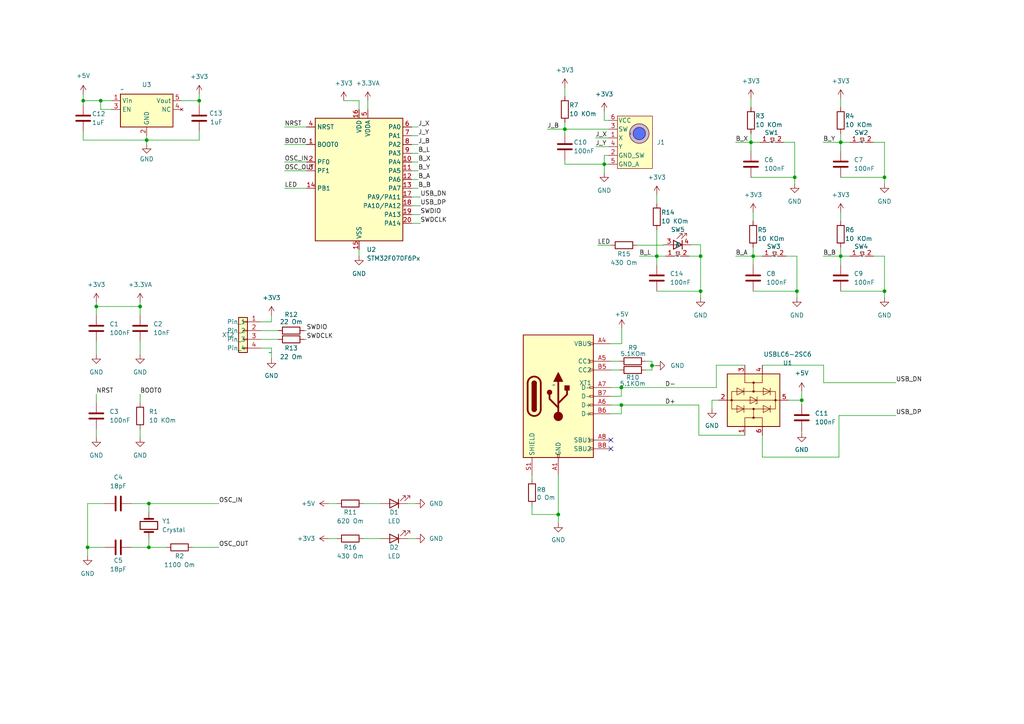
<source format=kicad_sch>
(kicad_sch (version 20230121) (generator eeschema)
  (paper "A4")
  (lib_symbols
    (symbol "Device:C" (pin_numbers hide) (pin_names (offset 0.254))
      (property "Reference" "C" (at 0.635 2.54 0))
      (property "Value" "C" (at 0.635 -2.54 0))
      (symbol "C_0_1"
        (polyline (pts (xy -2.032 -0.762) (xy 2.032 -0.762)) (stroke (width 0.508)))
        (polyline (pts (xy -2.032 0.762) (xy 2.032 0.762)) (stroke (width 0.508)))
      )
      (symbol "C_1_1"
        (pin passive line (at 0 3.81 270) (length 2.794) (name "~") (number "1"))
        (pin passive line (at 0 -3.81 90) (length 2.794) (name "~") (number "2"))
      )
    )
    (symbol "Device:Crystal" (pin_numbers hide) (pin_names (offset 1.016) hide)
      (property "Reference" "Y" (at 0 3.81 0))
      (property "Value" "Crystal" (at 0 -3.81 0))
      (symbol "Crystal_0_1"
        (rectangle (start -1.143 2.54) (end 1.143 -2.54) (stroke (width 0.3048)))
        (polyline (pts (xy -2.54 0) (xy -1.905 0)))
        (polyline (pts (xy -1.905 -1.27) (xy -1.905 1.27)) (stroke (width 0.508)))
        (polyline (pts (xy 1.905 -1.27) (xy 1.905 1.27)) (stroke (width 0.508)))
        (polyline (pts (xy 2.54 0) (xy 1.905 0)))
      )
      (symbol "Crystal_1_1"
        (pin passive line (at -3.81 0 0) (length 1.27) (name "1") (number "1"))
        (pin passive line (at 3.81 0 180) (length 1.27) (name "2") (number "2"))
      )
    )
    (symbol "Device:LED" (pin_numbers hide) (pin_names (offset 1.016) hide)
      (property "Reference" "D" (at 0 2.54 0))
      (property "Value" "LED" (at 0 -2.54 0))
      (symbol "LED_0_1"
        (polyline (pts (xy -1.27 -1.27) (xy -1.27 1.27)) (stroke (width 0.254)))
        (polyline (pts (xy -1.27 0) (xy 1.27 0)))
        (polyline (pts (xy 1.27 -1.27) (xy 1.27 1.27) (xy -1.27 0) (xy 1.27 -1.27)) (stroke (width 0.254)))
        (polyline (pts (xy -3.048 -0.762) (xy -4.572 -2.286) (xy -3.81 -2.286) (xy -4.572 -2.286) (xy -4.572 -1.524)))
        (polyline (pts (xy -1.778 -0.762) (xy -3.302 -2.286) (xy -2.54 -2.286) (xy -3.302 -2.286) (xy -3.302 -1.524)))
      )
      (symbol "LED_1_1"
        (pin passive line (at -3.81 0 0) (length 2.54) (name "K") (number "1"))
        (pin passive line (at 3.81 0 180) (length 2.54) (name "A") (number "2"))
      )
    )
    (symbol "Device:R" (pin_numbers hide) (pin_names (offset 0))
      (property "Reference" "R" (at 2.032 0 90))
      (property "Value" "R" (at 0 0 90))
      (symbol "R_0_1"
        (rectangle (start -1.016 -2.54) (end 1.016 2.54) (stroke (width 0.254)))
      )
      (symbol "R_1_1"
        (pin passive line (at 0 3.81 270) (length 1.27) (name "~") (number "1"))
        (pin passive line (at 0 -3.81 90) (length 1.27) (name "~") (number "2"))
      )
    )
    (symbol "MCU_ST_STM32F0:STM32F070F6Px"
      (property "Reference" "U" (at -12.7 19.05 0))
      (property "Value" "STM32F070F6Px" (at 5.08 19.05 0))
      (symbol "STM32F070F6Px_0_1"
        (rectangle (start -12.7 -17.78) (end 12.7 17.78) (stroke (width 0.254)) (fill (type background)))
      )
      (symbol "STM32F070F6Px_1_1"
        (pin input line (at -15.24 10.16 0) (length 2.54) (name "BOOT0") (number "1"))
        (pin bidirectional line (at 15.24 5.08 180) (length 2.54) (name "PA4") (number "10"))
        (pin bidirectional line (at 15.24 2.54 180) (length 2.54) (name "PA5") (number "11"))
        (pin bidirectional line (at 15.24 0 180) (length 2.54) (name "PA6") (number "12"))
        (pin bidirectional line (at 15.24 -2.54 180) (length 2.54) (name "PA7") (number "13"))
        (pin bidirectional line (at -15.24 -2.54 0) (length 2.54) (name "PB1") (number "14"))
        (pin power_in line (at 0 -20.32 90) (length 2.54) (name "VSS") (number "15"))
        (pin power_in line (at 0 20.32 270) (length 2.54) (name "VDD") (number "16"))
        (pin bidirectional line (at 15.24 -5.08 180) (length 2.54) (name "PA9/PA11") (number "17"))
        (pin bidirectional line (at 15.24 -7.62 180) (length 2.54) (name "PA10/PA12") (number "18"))
        (pin bidirectional line (at 15.24 -10.16 180) (length 2.54) (name "PA13") (number "19"))
        (pin bidirectional line (at -15.24 5.08 0) (length 2.54) (name "PF0") (number "2"))
        (pin bidirectional line (at 15.24 -12.7 180) (length 2.54) (name "PA14") (number "20"))
        (pin bidirectional line (at -15.24 2.54 0) (length 2.54) (name "PF1") (number "3"))
        (pin input line (at -15.24 15.24 0) (length 2.54) (name "NRST") (number "4"))
        (pin power_in line (at 2.54 20.32 270) (length 2.54) (name "VDDA") (number "5"))
        (pin bidirectional line (at 15.24 15.24 180) (length 2.54) (name "PA0") (number "6"))
        (pin bidirectional line (at 15.24 12.7 180) (length 2.54) (name "PA1") (number "7"))
        (pin bidirectional line (at 15.24 10.16 180) (length 2.54) (name "PA2") (number "8"))
        (pin bidirectional line (at 15.24 7.62 180) (length 2.54) (name "PA3") (number "9"))
      )
    )
    (symbol "Power_Protection:USBLC6-2SC6" (pin_names hide)
      (property "Reference" "U" (at 2.54 8.89 0))
      (property "Value" "USBLC6-2SC6" (at 2.54 -8.89 0))
      (symbol "USBLC6-2SC6_0_1"
        (rectangle (start -7.62 -7.62) (end 7.62 7.62) (stroke (width 0.254)) (fill (type background)))
        (circle (center -5.08 0) (radius 0.254) (fill (type outline)))
        (circle (center -2.54 0) (radius 0.254) (fill (type outline)))
        (rectangle (start -2.54 6.35) (end 2.54 -6.35))
        (circle (center 0 -6.35) (radius 0.254) (fill (type outline)))
        (polyline (pts (xy -5.08 -2.54) (xy -7.62 -2.54)))
        (polyline (pts (xy -5.08 0) (xy -5.08 -2.54)))
        (polyline (pts (xy -5.08 2.54) (xy -7.62 2.54)))
        (polyline (pts (xy -1.524 -2.794) (xy -3.556 -2.794)))
        (polyline (pts (xy -1.524 4.826) (xy -3.556 4.826)))
        (polyline (pts (xy 0 -7.62) (xy 0 -6.35)))
        (polyline (pts (xy 0 -6.35) (xy 0 1.27)))
        (polyline (pts (xy 0 1.27) (xy 0 6.35)))
        (polyline (pts (xy 0 6.35) (xy 0 7.62)))
        (polyline (pts (xy 1.524 -2.794) (xy 3.556 -2.794)))
        (polyline (pts (xy 1.524 4.826) (xy 3.556 4.826)))
        (polyline (pts (xy 5.08 -2.54) (xy 7.62 -2.54)))
        (polyline (pts (xy 5.08 0) (xy 5.08 -2.54)))
        (polyline (pts (xy 5.08 2.54) (xy 7.62 2.54)))
        (polyline (pts (xy -2.54 0) (xy -5.08 0) (xy -5.08 2.54)))
        (polyline (pts (xy 2.54 0) (xy 5.08 0) (xy 5.08 2.54)))
        (polyline (pts (xy -3.556 -4.826) (xy -1.524 -4.826) (xy -2.54 -2.794) (xy -3.556 -4.826)))
        (polyline (pts (xy -3.556 2.794) (xy -1.524 2.794) (xy -2.54 4.826) (xy -3.556 2.794)))
        (polyline (pts (xy -1.016 -1.016) (xy 1.016 -1.016) (xy 0 1.016) (xy -1.016 -1.016)))
        (polyline (pts (xy 1.016 1.016) (xy 0.762 1.016) (xy -1.016 1.016) (xy -1.016 0.508)))
        (polyline (pts (xy 3.556 -4.826) (xy 1.524 -4.826) (xy 2.54 -2.794) (xy 3.556 -4.826)))
        (polyline (pts (xy 3.556 2.794) (xy 1.524 2.794) (xy 2.54 4.826) (xy 3.556 2.794)))
        (circle (center 0 6.35) (radius 0.254) (fill (type outline)))
        (circle (center 2.54 0) (radius 0.254) (fill (type outline)))
        (circle (center 5.08 0) (radius 0.254) (fill (type outline)))
      )
      (symbol "USBLC6-2SC6_1_1"
        (pin passive line (at -10.16 -2.54 0) (length 2.54) (name "I/O1") (number "1"))
        (pin passive line (at 0 -10.16 90) (length 2.54) (name "GND") (number "2"))
        (pin passive line (at 10.16 -2.54 180) (length 2.54) (name "I/O2") (number "3"))
        (pin passive line (at 10.16 2.54 180) (length 2.54) (name "I/O2") (number "4"))
        (pin passive line (at 0 10.16 270) (length 2.54) (name "VBUS") (number "5"))
        (pin passive line (at -10.16 2.54 0) (length 2.54) (name "I/O1") (number "6"))
      )
    )
    (symbol "gamepad:Button"
      (property "Reference" "SW" (at 0 2.54 0))
      (symbol "Button_0_1"
        (polyline (pts (xy -1.016 0) (xy 0.762 0.508)))
        (polyline (pts (xy -0.254 0.254) (xy -0.254 1.016)))
        (polyline (pts (xy 0.254 0.508) (xy 0.254 1.016)))
        (polyline (pts (xy -0.508 0.762) (xy -0.508 1.27) (xy 0.508 1.27) (xy 0.508 0.762)))
      )
      (symbol "Button_1_1"
        (pin bidirectional line (at -3.556 0 0) (length 2.54) (name "") (number "1"))
        (pin bidirectional line (at 3.302 0 180) (length 2.54) (name "") (number "2"))
      )
    )
    (symbol "gamepad:Button_with_LED"
      (property "Reference" "SW" (at 0 -1.524 0))
      (symbol "Button_with_LED_0_1"
        (polyline (pts (xy -1.016 0) (xy 0.762 0.508)))
        (polyline (pts (xy -0.254 0.254) (xy -0.254 1.016)))
        (polyline (pts (xy 0.254 0.508) (xy 0.254 1.016)))
        (polyline (pts (xy 1.27 3.302) (xy -1.27 3.302)))
        (polyline (pts (xy 1.27 4.572) (xy 1.27 2.032)) (stroke (width 0.254)))
        (polyline (pts (xy -1.27 4.572) (xy -1.27 2.032) (xy 1.27 3.302) (xy -1.27 4.572)) (stroke (width 0.254)))
        (polyline (pts (xy -0.508 0.762) (xy -0.508 1.27) (xy 0.508 1.27) (xy 0.508 0.762)))
        (polyline (pts (xy -0.254 5.08) (xy 1.27 6.604) (xy 0.508 6.604) (xy 1.27 6.604) (xy 1.27 5.842)))
        (polyline (pts (xy 1.016 5.08) (xy 2.54 6.604) (xy 1.778 6.604) (xy 2.54 6.604) (xy 2.54 5.842)))
      )
      (symbol "Button_with_LED_1_1"
        (pin bidirectional line (at -3.556 0 0) (length 2.54) (name "") (number "1"))
        (pin bidirectional line (at 3.302 0 180) (length 2.54) (name "") (number "2"))
        (pin passive line (at -3.81 3.302 0) (length 2.54) (name "A") (number "3"))
        (pin passive line (at 3.81 3.302 180) (length 2.54) (name "K") (number "4"))
      )
    )
    (symbol "gamepad:JST_B4B"
      (property "Reference" "XT" (at 0 0 0))
      (symbol "JST_B4B_1_1"
        (rectangle (start 6.604 1.397) (end 7.874 1.143) (stroke (width 0.1524)))
        (rectangle (start 6.604 3.937) (end 7.874 3.683) (stroke (width 0.1524)))
        (rectangle (start 6.604 6.477) (end 7.874 6.223) (stroke (width 0.1524)))
        (rectangle (start 6.604 9.017) (end 7.874 8.763) (stroke (width 0.1524)))
        (rectangle (start 6.604 10.16) (end 9.144 0) (stroke (width 0.254)) (fill (type background)))
        (pin passive line (at 2.794 8.89 0) (length 3.81) (name "Pin_1") (number "1"))
        (pin passive line (at 2.794 6.35 0) (length 3.81) (name "Pin_2") (number "2"))
        (pin passive line (at 2.794 3.81 0) (length 3.81) (name "Pin_3") (number "3"))
        (pin passive line (at 2.794 1.27 0) (length 3.81) (name "Pin_4") (number "4"))
      )
    )
    (symbol "gamepad:Joystick" (pin_names (offset 0.254))
      (property "Reference" "J" (at 1.27 7.62 0))
      (symbol "Joystick_1_1"
        (rectangle (start -5.08 6.35) (end 10.16 -3.81) (fill (type background)))
        (circle (center 0 2.54) (radius 1.7961) (fill (type color) (color 0 68 255 0.8)))
        (circle (center 0 2.54) (radius 2.8398) (fill (type color) (color 123 128 255 0.5)))
        (pin output line (at 1.27 -6.35 90) (length 2.54) (name "X") (number "1"))
        (pin input line (at 6.35 -6.35 90) (length 2.54) (name "GND_SW") (number "2"))
        (pin output line (at -1.27 -6.35 90) (length 2.54) (name "SW") (number "3"))
        (pin output line (at 3.81 -6.35 90) (length 2.54) (name "Y") (number "4"))
        (pin input line (at 8.89 -6.35 90) (length 2.54) (name "GND_A") (number "5"))
        (pin input line (at -3.81 -6.35 90) (length 2.54) (name "VCC") (number "6"))
      )
    )
    (symbol "gamepad:LP3992"
      (property "Reference" "U" (at -7.112 11.938 0))
      (symbol "LP3992_0_1"
        (rectangle (start -7.62 10.795) (end 7.62 1.27) (stroke (width 0.254)) (fill (type background)))
      )
      (symbol "LP3992_1_1"
        (pin power_in line (at -10.16 8.89 0) (length 2.54) (name "Vin") (number "1"))
        (pin power_in line (at 0 -1.27 90) (length 2.54) (name "GND") (number "2"))
        (pin input line (at -10.16 6.35 0) (length 2.54) (name "EN") (number "3"))
        (pin no_connect line (at 10.16 6.35 180) (length 2.54) (name "NC") (number "4"))
        (pin power_out line (at 10.16 8.89 180) (length 2.54) (name "Vout") (number "5"))
      )
    )
    (symbol "gamepad:USB_C_2.0"
      (property "Reference" "XT" (at 0 0 0))
      (symbol "USB_C_2.0_0_0"
        (rectangle (start 1.016 -21.082) (end 1.524 -20.066))
        (rectangle (start 11.43 -18.288) (end 10.414 -18.796))
        (rectangle (start 11.43 -15.748) (end 10.414 -16.256))
        (rectangle (start 11.43 -8.128) (end 10.414 -8.636))
        (rectangle (start 11.43 -5.588) (end 10.414 -6.096))
        (rectangle (start 11.43 -3.048) (end 10.414 -3.556))
        (rectangle (start 11.43 -0.508) (end 10.414 -1.016))
        (rectangle (start 11.43 4.572) (end 10.414 4.064))
        (rectangle (start 11.43 7.112) (end 10.414 6.604))
        (rectangle (start 11.43 12.192) (end 10.414 11.684))
      )
      (symbol "USB_C_2.0_0_1"
        (rectangle (start -8.89 14.478) (end 11.43 -21.082) (stroke (width 0.254)) (fill (type background)))
        (arc (start -7.62 -7.112) (mid -5.715 -9.0087) (end -3.81 -7.112) (stroke (width 0.508)))
        (arc (start -6.35 -7.112) (mid -5.715 -7.7443) (end -5.08 -7.112) (stroke (width 0.254)))
        (arc (start -6.35 -7.112) (mid -5.715 -7.7443) (end -5.08 -7.112) (stroke (width 0.254)) (fill (type outline)))
        (rectangle (start -6.35 -7.112) (end -5.08 0.508) (stroke (width 0.254)) (fill (type outline)))
        (arc (start -5.08 0.508) (mid -5.715 1.1403) (end -6.35 0.508) (stroke (width 0.254)))
        (arc (start -5.08 0.508) (mid -5.715 1.1403) (end -6.35 0.508) (stroke (width 0.254)) (fill (type outline)))
        (arc (start -3.81 0.508) (mid -5.715 2.4047) (end -7.62 0.508) (stroke (width 0.508)))
        (circle (center -1.27 -2.159) (radius 0.635) (stroke (width 0.254)) (fill (type outline)))
        (polyline (pts (xy -7.62 -7.112) (xy -7.62 0.508)) (stroke (width 0.508)))
        (polyline (pts (xy -3.81 0.508) (xy -3.81 -7.112)) (stroke (width 0.508)))
        (polyline (pts (xy 1.27 -9.144) (xy 1.27 1.016)) (stroke (width 0.508)))
        (polyline (pts (xy 1.27 -6.604) (xy -1.27 -4.064) (xy -1.27 -2.794)) (stroke (width 0.508)))
        (polyline (pts (xy 1.27 -5.334) (xy 3.81 -2.794) (xy 3.81 -1.524)) (stroke (width 0.508)))
        (polyline (pts (xy 0 1.016) (xy 1.27 3.556) (xy 2.54 1.016) (xy 0 1.016)) (stroke (width 0.254)) (fill (type outline)))
        (circle (center 1.27 -9.144) (radius 1.27) (fill (type outline)))
        (rectangle (start 3.175 -1.524) (end 4.445 -0.254) (stroke (width 0.254)) (fill (type outline)))
      )
      (symbol "USB_C_2.0_1_1"
        (pin power_out line (at 1.27 -26.162 90) (length 5.08) (name "GND") (number "A1"))
        (pin power_out line (at 1.27 -26.162 90) (length 5.08) hide (name "GND") (number "A12"))
        (pin power_out line (at 16.51 11.938 180) (length 5.08) (name "VBUS") (number "A4"))
        (pin bidirectional line (at 16.51 6.858 180) (length 5.08) (name "CC1") (number "A5"))
        (pin bidirectional line (at 16.51 -5.842 180) (length 5.08) (name "D+") (number "A6"))
        (pin bidirectional line (at 16.51 -0.762 180) (length 5.08) (name "D-") (number "A7"))
        (pin bidirectional line (at 16.51 -16.002 180) (length 5.08) (name "SBU1") (number "A8"))
        (pin power_out line (at 16.51 11.938 180) (length 5.08) hide (name "VBUS") (number "A9"))
        (pin power_out line (at 1.27 -26.162 90) (length 5.08) hide (name "GND") (number "B1"))
        (pin power_out line (at 1.27 -26.162 90) (length 5.08) hide (name "GND") (number "B12"))
        (pin power_out line (at 16.51 11.938 180) (length 5.08) hide (name "VBUS") (number "B4"))
        (pin bidirectional line (at 16.51 4.318 180) (length 5.08) (name "CC2") (number "B5"))
        (pin bidirectional line (at 16.51 -8.382 180) (length 5.08) (name "D+") (number "B6"))
        (pin bidirectional line (at 16.51 -3.302 180) (length 5.08) (name "D-") (number "B7"))
        (pin bidirectional line (at 16.51 -18.542 180) (length 5.08) (name "SBU2") (number "B8"))
        (pin power_out line (at 16.51 11.938 180) (length 5.08) hide (name "VBUS") (number "B9"))
        (pin passive line (at -6.35 -26.162 90) (length 5.08) (name "SHIELD") (number "S1"))
      )
    )
    (symbol "power:+3.3VA" (power) (pin_names (offset 0))
      (property "Value" "+3.3VA" (at 0 3.556 0))
      (symbol "+3.3VA_0_1"
        (polyline (pts (xy -0.762 1.27) (xy 0 2.54)))
        (polyline (pts (xy 0 0) (xy 0 2.54)))
        (polyline (pts (xy 0 2.54) (xy 0.762 1.27)))
      )
      (symbol "+3.3VA_1_1"
        (pin power_in line (at 0 0 90) (length 0) hide (name "+3.3VA") (number "1"))
      )
    )
    (symbol "power:+3V3" (power) (pin_names (offset 0))
      (property "Value" "+3V3" (at 0 3.556 0))
      (symbol "+3V3_0_1"
        (polyline (pts (xy -0.762 1.27) (xy 0 2.54)))
        (polyline (pts (xy 0 0) (xy 0 2.54)))
        (polyline (pts (xy 0 2.54) (xy 0.762 1.27)))
      )
      (symbol "+3V3_1_1"
        (pin power_in line (at 0 0 90) (length 0) hide (name "+3V3") (number "1"))
      )
    )
    (symbol "power:+5V" (power) (pin_names (offset 0))
      (property "Value" "+5V" (at 0 3.556 0))
      (symbol "+5V_0_1"
        (polyline (pts (xy -0.762 1.27) (xy 0 2.54)))
        (polyline (pts (xy 0 0) (xy 0 2.54)))
        (polyline (pts (xy 0 2.54) (xy 0.762 1.27)))
      )
      (symbol "+5V_1_1"
        (pin power_in line (at 0 0 90) (length 0) hide (name "+5V") (number "1"))
      )
    )
    (symbol "power:GND" (power) (pin_names (offset 0))
      (property "Value" "GND" (at 0 -3.81 0))
      (symbol "GND_0_1"
        (polyline (pts (xy 0 0) (xy 0 -1.27) (xy 1.27 -1.27) (xy 0 -2.54) (xy -1.27 -1.27) (xy 0 -1.27)))
      )
      (symbol "GND_1_1"
        (pin power_in line (at 0 0 270) (length 0) hide (name "GND") (number "1"))
      )
    )
  )
  (junction (at 29.21 29.21))
  (junction (at 57.785 29.21))
  (junction (at 43.18 158.75))
  (junction (at 243.84 74.295))
  (junction (at 25.4 158.75))
  (junction (at 243.84 41.275))
  (junction (at 256.54 84.455))
  (junction (at 230.505 51.435))
  (junction (at 190.5 74.295))
  (junction (at 231.14 84.455))
  (junction (at 203.2 74.295))
  (junction (at 175.26 47.625))
  (junction (at 180.213 112.395))
  (junction (at 256.54 51.435))
  (junction (at 27.94 88.9))
  (junction (at 42.545 40.64))
  (junction (at 217.805 41.275))
  (junction (at 232.537 116.078))
  (junction (at 180.213 117.475))
  (junction (at 163.83 37.465))
  (junction (at 40.64 88.9))
  (junction (at 203.2 84.455))
  (junction (at 189.103 106.045))
  (junction (at 24.13 29.21))
  (junction (at 218.44 74.295))
  (junction (at 43.18 146.05))
  (junction (at 161.925 149.225))
  (no_connect (at 177.165 130.175))
  (no_connect (at 177.165 127.635))
  (wire (pts (xy 29.21 31.75) (xy 29.21 29.21)))
  (wire (pts (xy 25.4 146.05) (xy 30.48 146.05)))
  (wire (pts (xy 232.537 116.078) (xy 232.537 117.348)))
  (wire (pts (xy 177.165 107.315) (xy 179.705 107.315)))
  (wire (pts (xy 243.84 28.575) (xy 243.84 31.115)))
  (wire (pts (xy 189.103 106.045) (xy 190.246 106.045)))
  (wire (pts (xy 175.26 47.625) (xy 175.26 50.165)))
  (wire (pts (xy 121.285 36.83) (xy 119.38 36.83)))
  (wire (pts (xy 43.18 148.59) (xy 43.18 146.05)))
  (wire (pts (xy 176.53 37.465) (xy 163.83 37.465)))
  (wire (pts (xy 207.772 105.918) (xy 216.027 105.918)))
  (wire (pts (xy 243.332 120.523) (xy 259.842 120.523)))
  (wire (pts (xy 38.1 158.75) (xy 43.18 158.75)))
  (wire (pts (xy 118.11 156.21) (xy 120.65 156.21)))
  (wire (pts (xy 121.285 41.91) (xy 119.38 41.91)))
  (wire (pts (xy 180.213 114.935) (xy 180.213 112.395)))
  (wire (pts (xy 43.18 156.21) (xy 43.18 158.75)))
  (wire (pts (xy 163.83 46.355) (xy 163.83 47.625)))
  (wire (pts (xy 121.285 39.37) (xy 119.38 39.37)))
  (wire (pts (xy 228.727 116.078) (xy 232.537 116.078)))
  (wire (pts (xy 24.13 29.21) (xy 24.13 27.305)))
  (wire (pts (xy 88.9 98.425) (xy 88.265 98.425)))
  (wire (pts (xy 177.165 112.395) (xy 180.213 112.395)))
  (wire (pts (xy 218.44 84.455) (xy 231.14 84.455)))
  (wire (pts (xy 218.44 74.295) (xy 218.44 76.835)))
  (wire (pts (xy 80.645 95.885) (xy 75.565 95.885)))
  (wire (pts (xy 238.887 105.918) (xy 238.887 110.998)))
  (wire (pts (xy 256.54 74.295) (xy 256.54 84.455)))
  (wire (pts (xy 190.5 74.295) (xy 190.5 76.835)))
  (wire (pts (xy 106.68 29.21) (xy 106.68 31.75)))
  (wire (pts (xy 180.213 112.395) (xy 207.772 112.395)))
  (wire (pts (xy 238.76 41.275) (xy 243.84 41.275)))
  (wire (pts (xy 199.898 74.295) (xy 203.2 74.295)))
  (wire (pts (xy 57.785 38.1) (xy 57.785 40.64)))
  (wire (pts (xy 25.4 158.75) (xy 25.4 161.29)))
  (wire (pts (xy 32.385 31.75) (xy 29.21 31.75)))
  (wire (pts (xy 27.94 87.63) (xy 27.94 88.9)))
  (wire (pts (xy 175.26 32.385) (xy 175.26 34.925)))
  (wire (pts (xy 27.94 99.06) (xy 27.94 102.87)))
  (wire (pts (xy 177.165 114.935) (xy 180.213 114.935)))
  (wire (pts (xy 121.285 52.07) (xy 119.38 52.07)))
  (wire (pts (xy 27.94 88.9) (xy 27.94 91.44)))
  (wire (pts (xy 192.405 70.993) (xy 192.786 70.993)))
  (wire (pts (xy 78.74 104.14) (xy 78.74 100.965)))
  (wire (pts (xy 202.692 117.475) (xy 202.692 126.238)))
  (wire (pts (xy 121.92 62.23) (xy 119.38 62.23)))
  (wire (pts (xy 176.53 45.085) (xy 175.26 45.085)))
  (wire (pts (xy 121.285 46.99) (xy 119.38 46.99)))
  (wire (pts (xy 243.84 41.275) (xy 246.507 41.275)))
  (wire (pts (xy 243.84 38.735) (xy 243.84 41.275)))
  (wire (pts (xy 230.505 41.275) (xy 230.505 51.435)))
  (wire (pts (xy 202.692 126.238) (xy 216.027 126.238)))
  (wire (pts (xy 154.305 149.225) (xy 161.925 149.225)))
  (wire (pts (xy 78.74 100.965) (xy 75.565 100.965)))
  (wire (pts (xy 105.41 156.21) (xy 110.49 156.21)))
  (wire (pts (xy 203.2 70.993) (xy 203.2 74.295)))
  (wire (pts (xy 121.285 49.53) (xy 119.38 49.53)))
  (wire (pts (xy 218.44 74.295) (xy 221.107 74.295)))
  (wire (pts (xy 95.25 156.21) (xy 97.79 156.21)))
  (wire (pts (xy 40.64 99.06) (xy 40.64 102.87)))
  (wire (pts (xy 232.537 124.968) (xy 232.537 125.603)))
  (wire (pts (xy 200.406 70.993) (xy 203.2 70.993)))
  (wire (pts (xy 190.5 56.515) (xy 190.5 59.055)))
  (wire (pts (xy 213.36 74.295) (xy 218.44 74.295)))
  (wire (pts (xy 232.537 116.078) (xy 232.537 113.538)))
  (wire (pts (xy 121.92 57.15) (xy 119.38 57.15)))
  (wire (pts (xy 187.325 104.775) (xy 189.103 104.775)))
  (wire (pts (xy 88.9 95.885) (xy 88.265 95.885)))
  (wire (pts (xy 121.92 64.77) (xy 119.38 64.77)))
  (wire (pts (xy 218.44 61.595) (xy 218.44 64.135)))
  (wire (pts (xy 25.4 158.75) (xy 25.4 146.05)))
  (wire (pts (xy 180.213 117.475) (xy 202.692 117.475)))
  (wire (pts (xy 118.11 146.05) (xy 120.65 146.05)))
  (wire (pts (xy 243.84 41.275) (xy 243.84 43.815)))
  (wire (pts (xy 218.44 71.755) (xy 218.44 74.295)))
  (wire (pts (xy 175.26 45.085) (xy 175.26 47.625)))
  (wire (pts (xy 43.18 146.05) (xy 38.1 146.05)))
  (wire (pts (xy 57.785 29.21) (xy 57.785 27.305)))
  (wire (pts (xy 203.2 84.455) (xy 203.2 86.36)))
  (wire (pts (xy 180.34 99.695) (xy 180.34 95.25)))
  (wire (pts (xy 154.305 146.685) (xy 154.305 149.225)))
  (wire (pts (xy 82.55 46.99) (xy 88.9 46.99)))
  (wire (pts (xy 238.76 74.295) (xy 243.84 74.295)))
  (wire (pts (xy 163.83 37.465) (xy 163.83 38.735)))
  (wire (pts (xy 42.545 40.64) (xy 57.785 40.64)))
  (wire (pts (xy 243.84 74.295) (xy 246.507 74.295)))
  (wire (pts (xy 121.92 59.69) (xy 119.38 59.69)))
  (wire (pts (xy 238.887 110.998) (xy 259.842 110.998)))
  (wire (pts (xy 43.18 146.05) (xy 63.5 146.05)))
  (wire (pts (xy 221.107 105.918) (xy 238.887 105.918)))
  (wire (pts (xy 213.36 41.275) (xy 217.805 41.275)))
  (wire (pts (xy 55.88 158.75) (xy 63.5 158.75)))
  (wire (pts (xy 189.103 104.775) (xy 189.103 106.045)))
  (wire (pts (xy 40.64 88.9) (xy 40.64 91.44)))
  (wire (pts (xy 40.64 124.46) (xy 40.64 127)))
  (wire (pts (xy 27.94 88.9) (xy 40.64 88.9)))
  (wire (pts (xy 175.26 34.925) (xy 176.53 34.925)))
  (wire (pts (xy 78.74 93.345) (xy 75.565 93.345)))
  (wire (pts (xy 175.26 47.625) (xy 163.83 47.625)))
  (wire (pts (xy 192.405 70.993) (xy 192.405 71.12)))
  (wire (pts (xy 217.805 51.435) (xy 230.505 51.435)))
  (wire (pts (xy 30.48 158.75) (xy 25.4 158.75)))
  (wire (pts (xy 176.53 47.625) (xy 175.26 47.625)))
  (wire (pts (xy 180.213 120.015) (xy 180.213 117.475)))
  (wire (pts (xy 217.805 38.735) (xy 217.805 41.275)))
  (wire (pts (xy 29.21 29.21) (xy 32.385 29.21)))
  (wire (pts (xy 27.94 124.46) (xy 27.94 127)))
  (wire (pts (xy 203.2 74.295) (xy 203.2 84.455)))
  (wire (pts (xy 163.83 35.56) (xy 163.83 37.465)))
  (wire (pts (xy 177.165 99.695) (xy 180.34 99.695)))
  (wire (pts (xy 82.55 41.91) (xy 88.9 41.91)))
  (wire (pts (xy 57.785 29.21) (xy 52.705 29.21)))
  (wire (pts (xy 43.18 158.75) (xy 48.26 158.75)))
  (wire (pts (xy 82.55 36.83) (xy 88.9 36.83)))
  (wire (pts (xy 42.545 39.37) (xy 42.545 40.64)))
  (wire (pts (xy 177.165 104.775) (xy 179.705 104.775)))
  (wire (pts (xy 190.5 66.675) (xy 190.5 74.295)))
  (wire (pts (xy 256.54 84.455) (xy 256.54 86.36)))
  (wire (pts (xy 256.54 51.435) (xy 256.54 53.34)))
  (wire (pts (xy 177.165 117.475) (xy 180.213 117.475)))
  (wire (pts (xy 253.365 41.275) (xy 256.54 41.275)))
  (wire (pts (xy 173.355 71.12) (xy 177.165 71.12)))
  (wire (pts (xy 217.805 41.275) (xy 220.472 41.275)))
  (wire (pts (xy 24.13 38.1) (xy 24.13 40.64)))
  (wire (pts (xy 172.72 42.545) (xy 176.53 42.545)))
  (wire (pts (xy 82.55 54.61) (xy 88.9 54.61)))
  (wire (pts (xy 231.14 74.295) (xy 231.14 84.455)))
  (wire (pts (xy 42.545 40.64) (xy 42.545 41.91)))
  (wire (pts (xy 121.285 54.61) (xy 119.38 54.61)))
  (wire (pts (xy 189.103 107.315) (xy 189.103 106.045)))
  (wire (pts (xy 230.505 51.435) (xy 230.505 53.34)))
  (wire (pts (xy 185.42 74.295) (xy 190.5 74.295)))
  (wire (pts (xy 177.165 120.015) (xy 180.213 120.015)))
  (wire (pts (xy 217.805 28.575) (xy 217.805 31.115)))
  (wire (pts (xy 243.84 61.595) (xy 243.84 64.135)))
  (wire (pts (xy 158.75 37.465) (xy 163.83 37.465)))
  (wire (pts (xy 243.84 84.455) (xy 256.54 84.455)))
  (wire (pts (xy 104.14 29.21) (xy 104.14 31.75)))
  (wire (pts (xy 243.84 74.295) (xy 243.84 76.835)))
  (wire (pts (xy 78.74 91.44) (xy 78.74 93.345)))
  (wire (pts (xy 24.13 40.64) (xy 42.545 40.64)))
  (wire (pts (xy 187.325 107.315) (xy 189.103 107.315)))
  (wire (pts (xy 208.407 116.078) (xy 206.502 116.078)))
  (wire (pts (xy 99.695 29.21) (xy 104.14 29.21)))
  (wire (pts (xy 192.405 71.12) (xy 184.785 71.12)))
  (wire (pts (xy 121.285 44.45) (xy 119.38 44.45)))
  (wire (pts (xy 243.84 51.435) (xy 256.54 51.435)))
  (wire (pts (xy 57.785 30.48) (xy 57.785 29.21)))
  (wire (pts (xy 104.14 74.295) (xy 104.14 72.39)))
  (wire (pts (xy 243.84 71.755) (xy 243.84 74.295)))
  (wire (pts (xy 217.805 41.275) (xy 217.805 43.815)))
  (wire (pts (xy 27.94 114.3) (xy 27.94 116.84)))
  (wire (pts (xy 227.965 74.295) (xy 231.14 74.295)))
  (wire (pts (xy 105.41 146.05) (xy 110.49 146.05)))
  (wire (pts (xy 82.55 49.53) (xy 88.9 49.53)))
  (wire (pts (xy 221.107 126.238) (xy 221.107 132.588)))
  (wire (pts (xy 161.925 149.225) (xy 161.925 151.765)))
  (wire (pts (xy 172.72 40.005) (xy 176.53 40.005)))
  (wire (pts (xy 243.332 132.588) (xy 243.332 120.523)))
  (wire (pts (xy 95.25 146.05) (xy 97.79 146.05)))
  (wire (pts (xy 221.107 132.588) (xy 243.332 132.588)))
  (wire (pts (xy 207.772 112.395) (xy 207.772 105.918)))
  (wire (pts (xy 190.5 74.295) (xy 193.04 74.295)))
  (wire (pts (xy 161.925 137.795) (xy 161.925 149.225)))
  (wire (pts (xy 253.365 74.295) (xy 256.54 74.295)))
  (wire (pts (xy 256.54 41.275) (xy 256.54 51.435)))
  (wire (pts (xy 190.5 84.455) (xy 203.2 84.455)))
  (wire (pts (xy 40.64 87.63) (xy 40.64 88.9)))
  (wire (pts (xy 80.645 98.425) (xy 75.565 98.425)))
  (wire (pts (xy 206.502 116.078) (xy 206.502 118.618)))
  (wire (pts (xy 227.33 41.275) (xy 230.505 41.275)))
  (wire (pts (xy 40.64 114.3) (xy 40.64 116.84)))
  (wire (pts (xy 231.14 84.455) (xy 231.14 86.36)))
  (wire (pts (xy 154.305 139.065) (xy 154.305 137.795)))
  (wire (pts (xy 163.83 25.4) (xy 163.83 27.94)))
  (wire (pts (xy 24.13 29.21) (xy 29.21 29.21)))
  (wire (pts (xy 24.13 30.48) (xy 24.13 29.21)))
  (label "J_B" (at 121.285 41.91 0))
  (label "B_A" (at 121.285 52.07 0))
  (label "B_L" (at 185.42 74.295 0))
  (label "LED" (at 173.355 71.12 0))
  (label "NRST" (at 82.55 36.83 0))
  (label "B_B" (at 238.76 74.295 0))
  (label "B_A" (at 213.36 74.295 0))
  (label "SWDCLK" (at 88.9 98.425 0))
  (label "OSC_OUT" (at 63.5 158.75 0))
  (label "BOOT0" (at 40.64 114.3 0))
  (label "D+" (at 192.913 117.475 0))
  (label "OSC_IN" (at 82.55 46.99 0))
  (label "J_B" (at 158.75 37.465 0))
  (label "SWDIO" (at 121.92 62.23 0))
  (label "USB_DN" (at 259.842 110.998 0))
  (label "USB_DP" (at 121.92 59.69 0))
  (label "J_X" (at 172.72 40.005 0))
  (label "B_Y" (at 238.76 41.275 0))
  (label "SWDIO" (at 88.9 95.885 0))
  (label "J_X" (at 121.285 36.83 0))
  (label "B_X" (at 121.285 46.99 0))
  (label "BOOT0" (at 82.55 41.91 0))
  (label "B_Y" (at 121.285 49.53 0))
  (label "OSC_OUT" (at 82.55 49.53 0))
  (label "USB_DP" (at 259.842 120.523 0))
  (label "NRST" (at 27.94 114.3 0))
  (label "J_Y" (at 121.285 39.37 0))
  (label "B_X" (at 213.36 41.275 0))
  (label "J_Y" (at 172.72 42.545 0))
  (label "B_B" (at 121.285 54.61 0))
  (label "LED" (at 82.55 54.61 0))
  (label "OSC_IN" (at 63.5 146.05 0))
  (label "B_L" (at 121.285 44.45 0))
  (label "USB_DN" (at 121.92 57.15 0))
  (label "SWDCLK" (at 121.92 64.77 0))
  (label "D-" (at 192.913 112.395 0))
  (symbol (lib_id "power:GND") (at 120.65 146.05 90) (unit 1)
    (property "Reference" "#PWR036" (effects hide))
    (property "Value" "GND" (at 124.46 146.05 90) (effects (justify right)))
  )
  (symbol (lib_id "Device:C") (at 243.84 47.625 0) (unit 1)
    (property "Reference" "C7" (at 247.65 46.355 0) (effects (justify left)))
    (property "Value" "100nF" (at 247.65 48.895 0) (effects (justify left)))
    (property "Footprint" "Capacitor_SMD:C_0603_1608Metric" (effects hide))
  )
  (symbol (lib_id "Device:C") (at 34.29 158.75 90) (unit 1)
    (property "Reference" "C5" (at 34.29 162.56 90))
    (property "Value" "18pF" (at 34.29 165.1 90))
    (property "Footprint" "Capacitor_SMD:C_0603_1608Metric" (effects hide))
  )
  (symbol (lib_id "Device:R") (at 243.84 34.925 0) (unit 1)
    (property "Reference" "R4" (at 245.11 33.655 0) (effects (justify left)))
    (property "Value" "10 KOm" (at 245.11 36.195 0) (effects (justify left)))
    (property "Footprint" "Resistor_SMD:R_0603_1608Metric" (effects hide))
  )
  (symbol (lib_id "Device:C") (at 217.805 47.625 0) (unit 1)
    (property "Reference" "C6" (at 221.615 46.355 0) (effects (justify left)))
    (property "Value" "100nF" (at 221.615 48.895 0) (effects (justify left)))
    (property "Footprint" "Capacitor_SMD:C_0603_1608Metric" (effects hide))
  )
  (symbol (lib_id "Device:C") (at 40.64 95.25 0) (unit 1)
    (property "Reference" "C2" (at 44.45 93.98 0) (effects (justify left)))
    (property "Value" "10nF" (at 44.45 96.52 0) (effects (justify left)))
    (property "Footprint" "Capacitor_SMD:C_0603_1608Metric" (effects hide))
  )
  (symbol (lib_id "Device:R") (at 52.07 158.75 90) (unit 1)
    (property "Reference" "R2" (at 52.07 161.29 90))
    (property "Value" "1100 Om" (at 52.07 163.83 90))
    (property "Footprint" "Resistor_SMD:R_0603_1608Metric" (effects hide))
  )
  (symbol (lib_id "power:GND") (at 161.925 151.765 0) (unit 1)
    (property "Reference" "#PWR019" (effects hide))
    (property "Value" "GND" (at 161.925 156.591 0))
  )
  (symbol (lib_id "Device:C") (at 57.785 34.29 0) (mirror y) (unit 1)
    (property "Reference" "C13" (at 64.5668 32.8676 0) (effects (justify left)))
    (property "Value" "1uF" (at 64.5668 35.4076 0) (effects (justify left)))
    (property "Footprint" "Capacitor_SMD:C_0603_1608Metric" (effects hide))
  )
  (symbol (lib_id "power:+3V3") (at 163.83 25.4 0) (unit 1)
    (property "Reference" "#PWR018" (effects hide))
    (property "Value" "+3V3" (at 163.83 20.32 0))
  )
  (symbol (lib_id "Device:R") (at 190.5 62.865 0) (unit 1)
    (property "Reference" "R14" (at 191.77 61.595 0) (effects (justify left)))
    (property "Value" "10 KOm" (at 191.77 64.135 0) (effects (justify left)))
    (property "Footprint" "Resistor_SMD:R_0603_1608Metric" (effects hide))
  )
  (symbol (lib_id "power:+3.3VA") (at 106.68 29.21 0) (unit 1)
    (property "Reference" "#PWR030" (effects hide))
    (property "Value" "+3.3VA" (at 106.68 24.13 0))
  )
  (symbol (lib_id "power:+3V3") (at 190.5 56.515 0) (unit 1)
    (property "Reference" "#PWR033" (effects hide))
    (property "Value" "+3V3" (at 190.5 51.435 0))
  )
  (symbol (lib_id "Device:LED") (at 114.3 146.05 180) (unit 1)
    (property "Reference" "D1" (at 114.3 148.59 0))
    (property "Value" "LED" (at 114.3 151.13 0))
    (property "Footprint" "LED_SMD:LED_0805_2012Metric" (effects hide))
  )
  (symbol (lib_id "Device:C") (at 163.83 42.545 0) (unit 1)
    (property "Reference" "C10" (at 166.37 41.275 0) (effects (justify left)))
    (property "Value" "100nF" (at 166.37 43.815 0) (effects (justify left)))
    (property "Footprint" "Capacitor_SMD:C_0603_1608Metric" (effects hide))
  )
  (symbol (lib_id "power:GND") (at 231.14 86.36 0) (unit 1)
    (property "Reference" "#PWR015" (effects hide))
    (property "Value" "GND" (at 231.14 91.44 0))
  )
  (symbol (lib_id "gamepad:Joystick") (at 182.88 38.735 270) (unit 1)
    (property "Reference" "J1" (at 190.5 41.275 90) (effects (justify left)))
    (property "Value" "~" (at 182.88 38.735 0))
    (property "Footprint" "gamepad:Joystick" (effects hide))
  )
  (symbol (lib_id "Device:R") (at 183.515 107.315 90) (unit 1)
    (property "Reference" "R10" (at 183.515 109.474 90))
    (property "Value" "5.1KOm" (at 183.515 111.252 90))
    (property "Footprint" "Resistor_SMD:R_0603_1608Metric" (effects hide))
  )
  (symbol (lib_id "gamepad:Button") (at 250.063 41.275 0) (unit 1)
    (property "Reference" "SW2" (at 249.809 38.481 0))
    (property "Value" "~" (at 250.063 41.275 0))
    (property "Footprint" "gamepad:Button_12mm" (effects hide))
  )
  (symbol (lib_id "Device:C") (at 190.5 80.645 0) (unit 1)
    (property "Reference" "C14" (at 194.31 79.375 0) (effects (justify left)))
    (property "Value" "100nF" (at 194.31 81.915 0) (effects (justify left)))
    (property "Footprint" "Capacitor_SMD:C_0603_1608Metric" (effects hide))
  )
  (symbol (lib_id "power:GND") (at 232.537 125.603 0) (unit 1)
    (property "Reference" "#PWR023" (effects hide))
    (property "Value" "GND" (at 232.537 130.429 0))
  )
  (symbol (lib_id "power:GND") (at 203.2 86.36 0) (unit 1)
    (property "Reference" "#PWR034" (effects hide))
    (property "Value" "GND" (at 203.2 91.44 0))
  )
  (symbol (lib_id "Device:R") (at 243.84 67.945 0) (unit 1)
    (property "Reference" "R6" (at 245.11 66.675 0) (effects (justify left)))
    (property "Value" "10 KOm" (at 245.11 69.215 0) (effects (justify left)))
    (property "Footprint" "Resistor_SMD:R_0603_1608Metric" (effects hide))
  )
  (symbol (lib_id "power:+5V") (at 95.25 146.05 90) (unit 1)
    (property "Reference" "#PWR035" (effects hide))
    (property "Value" "+5V" (at 91.44 146.05 90) (effects (justify left)))
  )
  (symbol (lib_id "Device:R") (at 154.305 142.875 0) (unit 1)
    (property "Reference" "R8" (at 155.6258 142.0622 0) (effects (justify left)))
    (property "Value" "0 Om" (at 155.6258 144.2974 0) (effects (justify left)))
    (property "Footprint" "Resistor_SMD:R_0603_1608Metric" (effects hide))
  )
  (symbol (lib_id "Device:C") (at 34.29 146.05 90) (unit 1)
    (property "Reference" "C4" (at 34.29 138.43 90))
    (property "Value" "18pF" (at 34.29 140.97 90))
    (property "Footprint" "Capacitor_SMD:C_0603_1608Metric" (effects hide))
  )
  (symbol (lib_id "power:+3V3") (at 217.805 28.575 0) (unit 1)
    (property "Reference" "#PWR010" (effects hide))
    (property "Value" "+3V3" (at 217.805 23.495 0))
  )
  (symbol (lib_id "Device:R") (at 84.455 98.425 90) (unit 1)
    (property "Reference" "R13" (at 84.455 100.965 90))
    (property "Value" "22 Om" (at 84.455 103.505 90))
    (property "Footprint" "Resistor_SMD:R_0603_1608Metric" (effects hide))
  )
  (symbol (lib_id "power:+3V3") (at 175.26 32.385 0) (unit 1)
    (property "Reference" "#PWR08" (effects hide))
    (property "Value" "+3V3" (at 175.26 27.305 0))
  )
  (symbol (lib_id "power:GND") (at 104.14 74.295 0) (unit 1)
    (property "Reference" "#PWR01" (effects hide))
    (property "Value" "GND" (at 104.14 79.375 0))
  )
  (symbol (lib_id "gamepad:Button_with_LED") (at 196.596 74.295 0) (unit 1)
    (property "Reference" "SW5" (at 196.6214 66.5988 0))
    (property "Value" "~" (at 196.596 74.295 0))
    (property "Footprint" "gamepad:Button_12mm_LED" (effects hide))
  )
  (symbol (lib_id "Device:R") (at 163.83 31.75 0) (unit 1)
    (property "Reference" "R7" (at 165.1 30.48 0) (effects (justify left)))
    (property "Value" "10 KOm" (at 165.1 33.02 0) (effects (justify left)))
    (property "Footprint" "Resistor_SMD:R_0603_1608Metric" (effects hide))
  )
  (symbol (lib_id "Device:R") (at 84.455 95.885 90) (unit 1)
    (property "Reference" "R12" (at 84.455 91.2368 90))
    (property "Value" "22 Om" (at 84.455 93.345 90))
    (property "Footprint" "Resistor_SMD:R_0603_1608Metric" (effects hide))
  )
  (symbol (lib_id "power:+3V3") (at 95.25 156.21 90) (unit 1)
    (property "Reference" "#PWR037" (effects hide))
    (property "Value" "+3V3" (at 91.44 156.21 90) (effects (justify left)))
  )
  (symbol (lib_id "Device:C") (at 218.44 80.645 0) (unit 1)
    (property "Reference" "C8" (at 222.25 79.375 0) (effects (justify left)))
    (property "Value" "100nF" (at 222.25 81.915 0) (effects (justify left)))
    (property "Footprint" "Capacitor_SMD:C_0603_1608Metric" (effects hide))
  )
  (symbol (lib_id "power:GND") (at 25.4 161.29 0) (unit 1)
    (property "Reference" "#PWR07" (effects hide))
    (property "Value" "GND" (at 25.4 166.37 0))
  )
  (symbol (lib_id "gamepad:Button") (at 250.063 74.295 0) (unit 1)
    (property "Reference" "SW4" (at 249.809 71.501 0))
    (property "Value" "~" (at 250.063 74.295 0))
    (property "Footprint" "gamepad:Button_12mm" (effects hide))
  )
  (symbol (lib_id "power:GND") (at 40.64 127 0) (unit 1)
    (property "Reference" "#PWR05" (effects hide))
    (property "Value" "GND" (at 40.64 132.08 0))
  )
  (symbol (lib_id "power:GND") (at 120.65 156.21 90) (unit 1)
    (property "Reference" "#PWR038" (effects hide))
    (property "Value" "GND" (at 124.46 156.21 90) (effects (justify right)))
  )
  (symbol (lib_id "Device:Crystal") (at 43.18 152.4 270) (unit 1)
    (property "Reference" "Y1" (at 46.99 151.13 90) (effects (justify left)))
    (property "Value" "Crystal" (at 46.99 153.67 90) (effects (justify left)))
    (property "Footprint" "Crystal:Crystal_SMD_5032-2Pin_5.0x3.2mm" (effects hide))
  )
  (symbol (lib_id "Device:C") (at 27.94 95.25 0) (unit 1)
    (property "Reference" "C1" (at 31.75 93.98 0) (effects (justify left)))
    (property "Value" "100nF" (at 31.75 96.52 0) (effects (justify left)))
    (property "Footprint" "Capacitor_SMD:C_0603_1608Metric" (effects hide))
  )
  (symbol (lib_id "gamepad:USB_C_2.0") (at 160.655 111.633 0) (unit 1)
    (property "Reference" "XT1" (at 169.799 111.0488 0))
    (property "Value" "~" (at 160.655 111.633 0))
    (property "Footprint" "gamepad:USB_C_2.0_16P" (effects hide))
  )
  (symbol (lib_id "Device:R") (at 101.6 156.21 90) (unit 1)
    (property "Reference" "R16" (at 101.6 158.75 90))
    (property "Value" "430 Om" (at 101.6 161.29 90))
    (property "Footprint" "Resistor_SMD:R_0603_1608Metric" (effects hide))
  )
  (symbol (lib_id "Device:C") (at 232.537 121.158 0) (unit 1)
    (property "Reference" "C11" (at 236.347 119.888 0) (effects (justify left)))
    (property "Value" "100nF" (at 236.347 122.428 0) (effects (justify left)))
    (property "Footprint" "Capacitor_SMD:C_0603_1608Metric" (effects hide))
  )
  (symbol (lib_id "Device:R") (at 180.975 71.12 90) (unit 1)
    (property "Reference" "R15" (at 180.975 73.66 90))
    (property "Value" "430 Om" (at 180.975 76.2 90))
    (property "Footprint" "Resistor_SMD:R_0603_1608Metric" (effects hide))
  )
  (symbol (lib_id "Device:R") (at 40.64 120.65 0) (unit 1)
    (property "Reference" "R1" (at 43.18 119.38 0) (effects (justify left)))
    (property "Value" "10 KOm" (at 43.18 121.92 0) (effects (justify left)))
    (property "Footprint" "Resistor_SMD:R_0603_1608Metric" (effects hide))
  )
  (symbol (lib_id "Device:C") (at 24.13 34.29 0) (unit 1)
    (property "Reference" "C12" (at 26.67 33.02 0) (effects (justify left)))
    (property "Value" "1uF" (at 26.67 35.56 0) (effects (justify left)))
    (property "Footprint" "Capacitor_SMD:C_0603_1608Metric" (effects hide))
  )
  (symbol (lib_id "power:GND") (at 256.54 53.34 0) (unit 1)
    (property "Reference" "#PWR013" (effects hide))
    (property "Value" "GND" (at 256.54 58.42 0))
  )
  (symbol (lib_id "power:+3V3") (at 57.785 27.305 0) (unit 1)
    (property "Reference" "#PWR026" (effects hide))
    (property "Value" "+3V3" (at 57.785 22.225 0))
  )
  (symbol (lib_id "power:+3V3") (at 218.44 61.595 0) (unit 1)
    (property "Reference" "#PWR014" (effects hide))
    (property "Value" "+3V3" (at 218.44 56.515 0))
  )
  (symbol (lib_id "power:GND") (at 78.74 104.14 0) (unit 1)
    (property "Reference" "#PWR029" (effects hide))
    (property "Value" "GND" (at 78.74 108.966 0))
  )
  (symbol (lib_id "power:+5V") (at 232.537 113.538 0) (unit 1)
    (property "Reference" "#PWR022" (effects hide))
    (property "Value" "+5V" (at 232.537 108.204 0))
  )
  (symbol (lib_id "Power_Protection:USBLC6-2SC6") (at 218.567 116.078 270) (mirror x) (unit 1)
    (property "Reference" "U1" (at 228.4476 105.3084 90))
    (property "Value" "USBLC6-2SC6" (at 228.4476 102.7684 90))
    (property "Footprint" "Package_TO_SOT_SMD:SOT-23-6" (effects hide))
    (property "Datasheet" "https://www.st.com/resource/en/datasheet/usblc6-2.pdf" (effects hide))
  )
  (symbol (lib_id "power:+3V3") (at 78.74 91.44 0) (unit 1)
    (property "Reference" "#PWR028" (effects hide))
    (property "Value" "+3V3" (at 78.74 86.36 0))
  )
  (symbol (lib_id "Device:LED") (at 114.3 156.21 180) (unit 1)
    (property "Reference" "D2" (at 114.3 158.75 0))
    (property "Value" "LED" (at 114.3 161.29 0))
    (property "Footprint" "LED_SMD:LED_0805_2012Metric" (effects hide))
  )
  (symbol (lib_id "gamepad:Button") (at 224.663 74.295 0) (unit 1)
    (property "Reference" "SW3" (at 224.409 71.501 0))
    (property "Value" "~" (at 224.663 74.295 0))
    (property "Footprint" "gamepad:Button_12mm" (effects hide))
  )
  (symbol (lib_id "power:+3V3") (at 27.94 87.63 0) (unit 1)
    (property "Reference" "#PWR02" (effects hide))
    (property "Value" "+3V3" (at 27.94 82.55 0))
  )
  (symbol (lib_id "Device:R") (at 183.515 104.775 90) (unit 1)
    (property "Reference" "R9" (at 183.515 100.838 90))
    (property "Value" "5.1KOm" (at 183.642 102.616 90))
    (property "Footprint" "Resistor_SMD:R_0603_1608Metric" (effects hide))
  )
  (symbol (lib_id "power:GND") (at 256.54 86.36 0) (unit 1)
    (property "Reference" "#PWR017" (effects hide))
    (property "Value" "GND" (at 256.54 91.44 0))
  )
  (symbol (lib_id "power:+3V3") (at 243.84 61.595 0) (unit 1)
    (property "Reference" "#PWR016" (effects hide))
    (property "Value" "+3V3" (at 243.84 56.515 0))
  )
  (symbol (lib_id "power:GND") (at 175.26 50.165 0) (unit 1)
    (property "Reference" "#PWR09" (effects hide))
    (property "Value" "GND" (at 175.26 55.245 0))
  )
  (symbol (lib_id "power:+3V3") (at 243.84 28.575 0) (unit 1)
    (property "Reference" "#PWR012" (effects hide))
    (property "Value" "+3V3" (at 243.84 23.495 0))
  )
  (symbol (lib_id "power:GND") (at 190.246 106.045 90) (unit 1)
    (property "Reference" "#PWR024" (effects hide))
    (property "Value" "GND" (at 194.437 106.045 90) (effects (justify right)))
  )
  (symbol (lib_id "power:+3V3") (at 99.695 29.21 0) (unit 1)
    (property "Reference" "#PWR04" (effects hide))
    (property "Value" "+3V3" (at 99.695 24.13 0))
  )
  (symbol (lib_id "power:GND") (at 40.64 102.87 0) (unit 1)
    (property "Reference" "#PWR03" (effects hide))
    (property "Value" "GND" (at 40.64 107.95 0))
  )
  (symbol (lib_id "power:GND") (at 206.502 118.618 0) (unit 1)
    (property "Reference" "#PWR021" (effects hide))
    (property "Value" "GND" (at 206.502 123.444 0))
  )
  (symbol (lib_id "Device:R") (at 218.44 67.945 0) (unit 1)
    (property "Reference" "R5" (at 219.71 66.675 0) (effects (justify left)))
    (property "Value" "10 KOm" (at 219.71 69.215 0) (effects (justify left)))
    (property "Footprint" "Resistor_SMD:R_0603_1608Metric" (effects hide))
  )
  (symbol (lib_id "power:+5V") (at 180.34 95.25 0) (unit 1)
    (property "Reference" "#PWR020" (effects hide))
    (property "Value" "+5V" (at 180.3146 91.1352 0))
  )
  (symbol (lib_id "power:+5V") (at 24.13 27.305 0) (unit 1)
    (property "Reference" "#PWR025" (effects hide))
    (property "Value" "+5V" (at 24.13 21.971 0))
  )
  (symbol (lib_id "MCU_ST_STM32F0:STM32F070F6Px") (at 104.14 52.07 0) (unit 1)
    (property "Reference" "U2" (at 106.3341 72.39 0) (effects (justify left)))
    (property "Value" "STM32F070F6Px" (at 106.3341 74.93 0) (effects (justify left)))
    (property "Footprint" "Package_SO:TSSOP-20_4.4x6.5mm_P0.65mm" (effects hide))
    (property "Datasheet" "https://www.st.com/resource/en/datasheet/stm32f070f6.pdf" (effects hide))
  )
  (symbol (lib_id "power:GND") (at 27.94 127 0) (unit 1)
    (property "Reference" "#PWR06" (effects hide))
    (property "Value" "GND" (at 27.94 132.08 0))
  )
  (symbol (lib_id "power:+3.3VA") (at 40.64 87.63 0) (unit 1)
    (property "Reference" "#PWR032" (effects hide))
    (property "Value" "+3.3VA" (at 40.64 82.55 0))
  )
  (symbol (lib_id "Device:C") (at 243.84 80.645 0) (unit 1)
    (property "Reference" "C9" (at 247.65 79.375 0) (effects (justify left)))
    (property "Value" "100nF" (at 247.65 81.915 0) (effects (justify left)))
    (property "Footprint" "Capacitor_SMD:C_0603_1608Metric" (effects hide))
  )
  (symbol (lib_id "Device:C") (at 27.94 120.65 0) (unit 1)
    (property "Reference" "C3" (at 31.75 119.38 0) (effects (justify left)))
    (property "Value" "100nF" (at 31.75 121.92 0) (effects (justify left)))
    (property "Footprint" "Capacitor_SMD:C_0603_1608Metric" (effects hide))
  )
  (symbol (lib_id "power:GND") (at 230.505 53.34 0) (unit 1)
    (property "Reference" "#PWR011" (effects hide))
    (property "Value" "GND" (at 230.505 58.42 0))
  )
  (symbol (lib_id "Device:R") (at 217.805 34.925 0) (unit 1)
    (property "Reference" "R3" (at 219.075 33.655 0) (effects (justify left)))
    (property "Value" "10 KOm" (at 219.075 36.195 0) (effects (justify left)))
    (property "Footprint" "Resistor_SMD:R_0603_1608Metric" (effects hide))
  )
  (symbol (lib_id "Device:R") (at 101.6 146.05 90) (unit 1)
    (property "Reference" "R11" (at 101.6 148.59 90))
    (property "Value" "620 Om" (at 101.6 151.13 90))
    (property "Footprint" "Resistor_SMD:R_0603_1608Metric" (effects hide))
  )
  (symbol (lib_id "power:GND") (at 27.94 102.87 0) (unit 1)
    (property "Reference" "#PWR031" (effects hide))
    (property "Value" "GND" (at 27.94 107.95 0))
  )
  (symbol (lib_id "gamepad:JST_B4B") (at 78.359 102.235 0) (mirror y) (unit 1)
    (property "Reference" "XT2" (at 67.9704 97.155 0) (effects (justify left)))
    (property "Value" "~" (at 78.359 102.235 0))
    (property "Footprint" "Connector_JST:JST_EH_B4B-EH-A_1x04_P2.50mm_Vertical" (effects hide))
  )
  (symbol (lib_id "gamepad:LP3992") (at 42.545 38.1 0) (unit 1)
    (property "Reference" "U3" (at 42.545 24.5618 0))
    (property "Value" "~" (at 35.433 25.908 0))
    (property "Footprint" "Package_TO_SOT_SMD:SOT-23-5" (effects hide))
  )
  (symbol (lib_id "gamepad:Button") (at 224.028 41.275 0) (unit 1)
    (property "Reference" "SW1" (at 223.774 38.481 0))
    (property "Value" "~" (at 224.028 41.275 0))
    (property "Footprint" "gamepad:Button_12mm" (effects hide))
  )
  (symbol (lib_id "power:GND") (at 42.545 41.91 0) (unit 1)
    (property "Reference" "#PWR027" (effects hide))
    (property "Value" "GND" (at 42.545 46.1264 0))
  )
)
</source>
